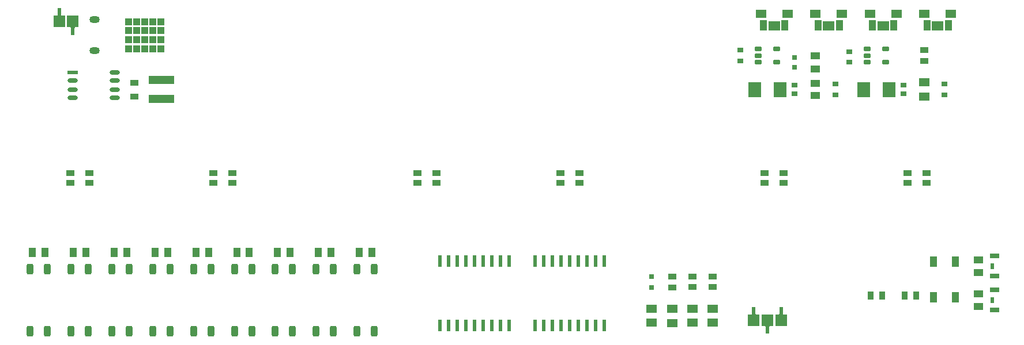
<source format=gtp>
G04*
G04 #@! TF.GenerationSoftware,Altium Limited,Altium Designer,25.5.2 (35)*
G04*
G04 Layer_Color=8421504*
%FSLAX44Y44*%
%MOMM*%
G71*
G04*
G04 #@! TF.SameCoordinates,D9E2C172-A1AF-44C0-98D0-4809437D878E*
G04*
G04*
G04 #@! TF.FilePolarity,Positive*
G04*
G01*
G75*
%ADD17R,1.5700X1.2500*%
%ADD18R,1.8000X1.3500*%
%ADD19R,1.0000X1.5000*%
%ADD20R,1.0000X1.5000*%
%ADD21R,1.0000X1.5000*%
%ADD22R,1.0000X1.1250*%
%ADD23R,1.0000X1.1250*%
%ADD24R,1.0000X1.1250*%
%ADD25R,1.0000X1.1250*%
%ADD26R,1.0000X1.1250*%
G04:AMPARAMS|DCode=27|XSize=1.6mm|YSize=1mm|CornerRadius=0.25mm|HoleSize=0mm|Usage=FLASHONLY|Rotation=270.000|XOffset=0mm|YOffset=0mm|HoleType=Round|Shape=RoundedRectangle|*
%AMROUNDEDRECTD27*
21,1,1.6000,0.5000,0,0,270.0*
21,1,1.1000,1.0000,0,0,270.0*
1,1,0.5000,-0.2500,-0.5500*
1,1,0.5000,-0.2500,0.5500*
1,1,0.5000,0.2500,0.5500*
1,1,0.5000,0.2500,-0.5500*
%
%ADD27ROUNDEDRECTD27*%
%ADD28R,1.2621X0.8581*%
%ADD29R,1.5000X1.2500*%
G04:AMPARAMS|DCode=30|XSize=0.6mm|YSize=1mm|CornerRadius=0.051mm|HoleSize=0mm|Usage=FLASHONLY|Rotation=90.000|XOffset=0mm|YOffset=0mm|HoleType=Round|Shape=RoundedRectangle|*
%AMROUNDEDRECTD30*
21,1,0.6000,0.8980,0,0,90.0*
21,1,0.4980,1.0000,0,0,90.0*
1,1,0.1020,0.4490,0.2490*
1,1,0.1020,0.4490,-0.2490*
1,1,0.1020,-0.4490,-0.2490*
1,1,0.1020,-0.4490,0.2490*
%
%ADD30ROUNDEDRECTD30*%
%ADD31R,0.9000X0.7500*%
%ADD32R,1.2000X0.9000*%
%ADD33R,1.0000X1.5500*%
%ADD34R,1.2621X0.9546*%
%ADD35R,1.5562X1.2552*%
%ADD36R,1.4500X1.0500*%
%ADD37O,1.5240X0.6096*%
%ADD38R,1.5240X0.6096*%
%ADD39R,1.4000X0.8000*%
%ADD40R,0.6000X0.9000*%
%ADD41R,0.7000X0.7000*%
%ADD42R,0.9000X0.7500*%
%ADD43R,0.8000X0.8000*%
%ADD44R,0.8500X0.8000*%
%ADD45R,1.2062X0.9562*%
%ADD46R,1.0500X1.4500*%
%ADD47R,0.8500X1.3000*%
G04:AMPARAMS|DCode=48|XSize=1.77mm|YSize=0.59mm|CornerRadius=0.0738mm|HoleSize=0mm|Usage=FLASHONLY|Rotation=270.000|XOffset=0mm|YOffset=0mm|HoleType=Round|Shape=RoundedRectangle|*
%AMROUNDEDRECTD48*
21,1,1.7700,0.4425,0,0,270.0*
21,1,1.6225,0.5900,0,0,270.0*
1,1,0.1475,-0.2213,-0.8113*
1,1,0.1475,-0.2213,0.8113*
1,1,0.1475,0.2213,0.8113*
1,1,0.1475,0.2213,-0.8113*
%
%ADD48ROUNDEDRECTD48*%
%ADD49R,1.8545X2.2860*%
%ADD50R,1.3500X1.0000*%
%ADD51R,1.3500X1.0000*%
%ADD52R,3.7000X1.2000*%
G04:AMPARAMS|DCode=53|XSize=1mm|YSize=1.525mm|CornerRadius=0.5mm|HoleSize=0mm|Usage=FLASHONLY|Rotation=90.000|XOffset=0mm|YOffset=0mm|HoleType=Round|Shape=RoundedRectangle|*
%AMROUNDEDRECTD53*
21,1,1.0000,0.5250,0,0,90.0*
21,1,0.0000,1.5250,0,0,90.0*
1,1,1.0000,0.2625,0.0000*
1,1,1.0000,0.2625,0.0000*
1,1,1.0000,-0.2625,0.0000*
1,1,1.0000,-0.2625,0.0000*
%
%ADD53ROUNDEDRECTD53*%
G36*
X178500Y698500D02*
X161500D01*
Y681500D01*
X166150Y681500D01*
X166404Y681475D01*
X166872Y681281D01*
X167231Y680922D01*
X167425Y680454D01*
X167450Y680200D01*
X167450Y680200D01*
X167450Y670300D01*
X172550D01*
Y680200D01*
X172575Y680454D01*
X172769Y680922D01*
X173128Y681281D01*
X173596Y681475D01*
X173850Y681500D01*
X173850Y681500D01*
X178500Y681500D01*
Y698500D01*
D02*
G37*
G36*
X141500Y681500D02*
X158500D01*
Y698500D01*
X153850D01*
X153596Y698525D01*
X153128Y698719D01*
X152769Y699078D01*
X152575Y699546D01*
X152550Y699800D01*
Y699800D01*
X152550Y709700D01*
X147450D01*
X147450Y699800D01*
X147425Y699546D01*
X147231Y699078D01*
X146872Y698719D01*
X146404Y698525D01*
X146150Y698500D01*
X146150Y698500D01*
X141500Y698500D01*
Y681500D01*
D02*
G37*
G36*
X1181513Y258391D02*
X1198513D01*
Y241391D01*
X1193863Y241390D01*
X1193609Y241366D01*
X1193140Y241171D01*
X1192782Y240813D01*
X1192588Y240344D01*
X1192563Y240091D01*
Y240091D01*
X1192563Y230191D01*
X1187463D01*
X1187463Y240091D01*
X1187438Y240344D01*
X1187243Y240813D01*
X1186885Y241171D01*
X1186416Y241366D01*
X1186163Y241390D01*
X1186163Y241391D01*
X1181513D01*
Y258391D01*
D02*
G37*
G36*
X1178513Y241391D02*
X1161513D01*
Y258391D01*
X1166163D01*
X1166416Y258416D01*
X1166885Y258610D01*
X1167243Y258968D01*
X1167438Y259437D01*
X1167463Y259691D01*
X1167463D01*
Y269591D01*
X1172563D01*
Y259691D01*
X1172588Y259437D01*
X1172782Y258968D01*
X1173140Y258610D01*
X1173609Y258416D01*
X1173863Y258391D01*
D01*
X1178513D01*
Y241391D01*
D02*
G37*
G36*
X1218513D02*
X1201513D01*
Y258391D01*
X1206163D01*
X1206416Y258416D01*
X1206885Y258610D01*
X1207243Y258968D01*
X1207438Y259437D01*
X1207463Y259691D01*
X1207463D01*
Y269591D01*
X1212563D01*
Y259691D01*
X1212588Y259437D01*
X1212782Y258968D01*
X1213140Y258610D01*
X1213609Y258416D01*
X1213863Y258391D01*
D01*
X1218513D01*
Y241391D01*
D02*
G37*
D17*
X1379347Y701252D02*
D03*
X1340652Y701251D02*
D03*
X1299346Y701252D02*
D03*
X1260652Y701251D02*
D03*
X1180651Y701249D02*
D03*
X1219348Y701248D02*
D03*
X1459346Y701251D02*
D03*
X1420650Y701250D02*
D03*
D18*
X1359998Y683750D02*
D03*
X1279998Y683750D02*
D03*
X1199998Y683750D02*
D03*
X1439999Y683750D02*
D03*
D19*
X1344500Y684500D02*
D03*
X1215499Y684501D02*
D03*
X1424500Y684500D02*
D03*
D20*
X1375498Y684502D02*
D03*
X1295497Y684503D02*
D03*
X1184501Y684500D02*
D03*
X1455499Y684501D02*
D03*
D21*
X1264500Y684500D02*
D03*
D22*
X251510Y689763D02*
D03*
X251515Y663269D02*
D03*
D23*
X251514Y676514D02*
D03*
X263512Y676517D02*
D03*
Y650017D02*
D03*
X275514Y676514D02*
D03*
X287512Y676517D02*
D03*
X299514Y676514D02*
D03*
X299512Y650016D02*
D03*
D24*
X251517Y650016D02*
D03*
D25*
X263513Y689765D02*
D03*
X263512Y663266D02*
D03*
X275513Y689765D02*
D03*
X275512Y663266D02*
D03*
X287513Y689765D02*
D03*
X287512Y663266D02*
D03*
X299513Y689765D02*
D03*
X299512Y663266D02*
D03*
D26*
X275516Y650016D02*
D03*
X287512Y650013D02*
D03*
D27*
X107313Y234141D02*
D03*
Y325640D02*
D03*
X132713D02*
D03*
Y234141D02*
D03*
X372713D02*
D03*
Y325640D02*
D03*
X347313D02*
D03*
Y234141D02*
D03*
X432713D02*
D03*
Y325640D02*
D03*
X407313D02*
D03*
Y234141D02*
D03*
X612713D02*
D03*
Y325640D02*
D03*
X587313D02*
D03*
Y234141D02*
D03*
X552713D02*
D03*
Y325640D02*
D03*
X527313D02*
D03*
Y234141D02*
D03*
X492713D02*
D03*
Y325640D02*
D03*
X467313D02*
D03*
Y234141D02*
D03*
X252713D02*
D03*
Y325640D02*
D03*
X227313D02*
D03*
Y234141D02*
D03*
X312713D02*
D03*
Y325640D02*
D03*
X287313D02*
D03*
Y234141D02*
D03*
X192713D02*
D03*
Y325640D02*
D03*
X167313D02*
D03*
Y234141D02*
D03*
D28*
X1420013Y632121D02*
D03*
Y647661D02*
D03*
D29*
Y600391D02*
D03*
Y579391D02*
D03*
D30*
X1363763Y630391D02*
D03*
X1203763D02*
D03*
Y649390D02*
D03*
X1176263D02*
D03*
Y630391D02*
D03*
Y639891D02*
D03*
X1363763Y649390D02*
D03*
X1336263D02*
D03*
Y630391D02*
D03*
Y639891D02*
D03*
D31*
X1390013Y596141D02*
D03*
Y583641D02*
D03*
D32*
X914013Y452640D02*
D03*
X704013D02*
D03*
X404013D02*
D03*
X194013D02*
D03*
X1214013D02*
D03*
X1424013D02*
D03*
X1396013D02*
D03*
Y467141D02*
D03*
X1424013D02*
D03*
X1186013Y452640D02*
D03*
Y467141D02*
D03*
X1214013D02*
D03*
X166013Y452640D02*
D03*
Y467141D02*
D03*
X194013D02*
D03*
X376013Y452640D02*
D03*
Y467141D02*
D03*
X404013D02*
D03*
X676013Y452640D02*
D03*
Y467141D02*
D03*
X704013D02*
D03*
X886013Y452640D02*
D03*
Y467141D02*
D03*
X914013D02*
D03*
D33*
X1466013Y336141D02*
D03*
Y283640D02*
D03*
X1434013D02*
D03*
Y336141D02*
D03*
D34*
X1110013Y298959D02*
D03*
Y314474D02*
D03*
X1080013Y298959D02*
D03*
Y314474D02*
D03*
X1050013Y298704D02*
D03*
Y314219D02*
D03*
D35*
X1080013Y266971D02*
D03*
Y246462D02*
D03*
X1110013Y266971D02*
D03*
Y246462D02*
D03*
X1050013Y266716D02*
D03*
Y246207D02*
D03*
X1020013Y246462D02*
D03*
Y266971D02*
D03*
D36*
X1500013Y320641D02*
D03*
Y339141D02*
D03*
Y270641D02*
D03*
Y289140D02*
D03*
D37*
X231513Y577391D02*
D03*
Y615391D02*
D03*
X170013Y589891D02*
D03*
Y602891D02*
D03*
X231513D02*
D03*
Y589891D02*
D03*
X170013Y577391D02*
D03*
D38*
Y615391D02*
D03*
D39*
X1524013Y264891D02*
D03*
Y294890D02*
D03*
Y314891D02*
D03*
Y344891D02*
D03*
D40*
X1520013Y279891D02*
D03*
Y329891D02*
D03*
D41*
X1020013Y314716D02*
D03*
Y298717D02*
D03*
D42*
X1150013Y632141D02*
D03*
Y647641D02*
D03*
X1310013Y629891D02*
D03*
Y645391D02*
D03*
X1450013Y582141D02*
D03*
Y597641D02*
D03*
X1290013Y582141D02*
D03*
Y597641D02*
D03*
D43*
X1230013Y622391D02*
D03*
Y637391D02*
D03*
D44*
Y596391D02*
D03*
Y583391D02*
D03*
D45*
X260013Y579641D02*
D03*
Y600141D02*
D03*
D46*
X290763Y349891D02*
D03*
X309263D02*
D03*
X350763D02*
D03*
X369263D02*
D03*
X429263D02*
D03*
X410763D02*
D03*
X609263D02*
D03*
X590763D02*
D03*
X530763D02*
D03*
X549263D02*
D03*
X489263D02*
D03*
X470763D02*
D03*
X110763D02*
D03*
X129263D02*
D03*
X230763D02*
D03*
X249263D02*
D03*
X189263D02*
D03*
X170763D02*
D03*
D47*
X1391513Y286716D02*
D03*
X1408513D02*
D03*
X1358513D02*
D03*
X1341513D02*
D03*
D48*
X810813Y337640D02*
D03*
X798113D02*
D03*
X785413D02*
D03*
X772713D02*
D03*
X760013D02*
D03*
X747313D02*
D03*
X734613D02*
D03*
X721913D02*
D03*
Y242141D02*
D03*
X734613D02*
D03*
X747313D02*
D03*
X760013D02*
D03*
X772713D02*
D03*
X785413D02*
D03*
X798113D02*
D03*
X810813D02*
D03*
X709213Y337640D02*
D03*
Y242141D02*
D03*
X950813D02*
D03*
X938113D02*
D03*
X925413D02*
D03*
X912713D02*
D03*
X900013D02*
D03*
X887313D02*
D03*
X874613D02*
D03*
X861913D02*
D03*
Y337640D02*
D03*
X874613D02*
D03*
X887313D02*
D03*
X900013D02*
D03*
X912713D02*
D03*
X925413D02*
D03*
X938113D02*
D03*
X950813D02*
D03*
X849213D02*
D03*
Y242141D02*
D03*
D49*
X1171090Y589891D02*
D03*
X1208935D02*
D03*
X1368935D02*
D03*
X1331090D02*
D03*
D50*
X1260013Y619891D02*
D03*
Y639891D02*
D03*
D51*
Y598891D02*
D03*
Y580891D02*
D03*
D52*
X300013Y603891D02*
D03*
Y575891D02*
D03*
D53*
X202013Y646891D02*
D03*
Y692890D02*
D03*
M02*

</source>
